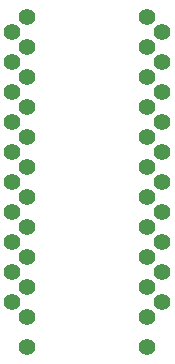
<source format=gbr>
%TF.GenerationSoftware,KiCad,Pcbnew,9.0.2-9.0.2-0~ubuntu24.04.1*%
%TF.CreationDate,2025-05-26T11:18:29+09:00*%
%TF.ProjectId,LevelShifter,4c657665-6c53-4686-9966-7465722e6b69,rev?*%
%TF.SameCoordinates,Original*%
%TF.FileFunction,Soldermask,Top*%
%TF.FilePolarity,Negative*%
%FSLAX46Y46*%
G04 Gerber Fmt 4.6, Leading zero omitted, Abs format (unit mm)*
G04 Created by KiCad (PCBNEW 9.0.2-9.0.2-0~ubuntu24.04.1) date 2025-05-26 11:18:29*
%MOMM*%
%LPD*%
G01*
G04 APERTURE LIST*
%ADD10C,1.400000*%
G04 APERTURE END LIST*
D10*
%TO.C,J4*%
X152400000Y-127000000D03*
X152400000Y-129540000D03*
X152400000Y-132080000D03*
X152400000Y-134620000D03*
X152400000Y-137160000D03*
X152400000Y-139700000D03*
%TD*%
%TO.C,J3*%
X142240000Y-127000000D03*
X142240000Y-129540000D03*
X142240000Y-132080000D03*
X142240000Y-134620000D03*
X142240000Y-137160000D03*
X142240000Y-139700000D03*
%TD*%
%TO.C,J2*%
X152400000Y-111760000D03*
X152400000Y-114300000D03*
X152400000Y-116840000D03*
X152400000Y-119380000D03*
X152400000Y-121920000D03*
X152400000Y-124460000D03*
%TD*%
%TO.C,J1*%
X142240000Y-111760000D03*
X142240000Y-114300000D03*
X142240000Y-116840000D03*
X142240000Y-119380000D03*
X142240000Y-121920000D03*
X142240000Y-124460000D03*
%TD*%
%TO.C,U1*%
X140970000Y-113030000D03*
X140970000Y-115570000D03*
X140970000Y-118110000D03*
X140970000Y-120650000D03*
X140970000Y-123190000D03*
X140970000Y-125730000D03*
X140970000Y-128270000D03*
X140970000Y-130810000D03*
X140970000Y-133350000D03*
X140970000Y-135890000D03*
X153670000Y-135890000D03*
X153670000Y-133350000D03*
X153670000Y-130810000D03*
X153670000Y-128270000D03*
X153670000Y-125730000D03*
X153670000Y-123190000D03*
X153670000Y-120650000D03*
X153670000Y-118110000D03*
X153670000Y-115570000D03*
X153670000Y-113030000D03*
%TD*%
M02*

</source>
